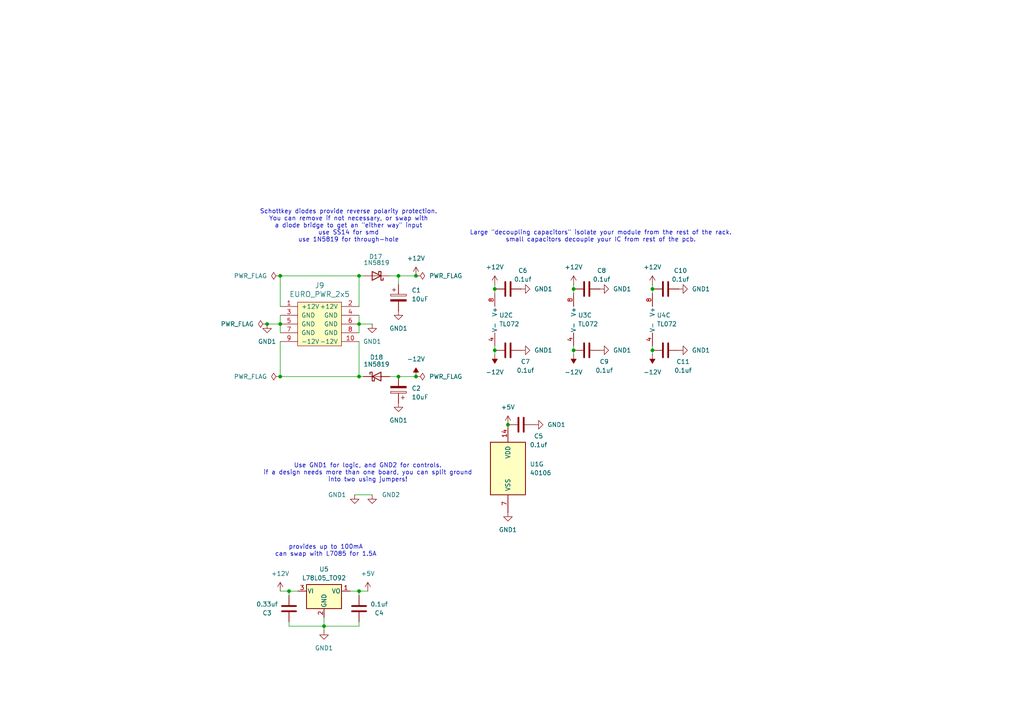
<source format=kicad_sch>
(kicad_sch (version 20231120) (generator "eeschema") (generator_version "8.0")
  (paper "A4")
  (title_block (title "Eurorack Power Input") (rev "0") (company "KitsBlips") (comment 1 "10-pin input with reverse polarity protection and 5v regulator on board."))
  (lib_symbols
    (symbol "Device:C" (pin_numbers hide) (pin_names (offset 0.254))
      (property "Reference" "C" (at 0.635 2.54 0))
      (property "Value" "C" (at 0.635 -2.54 0))
      (symbol "C_0_1"
        (polyline (pts (xy -2.032 -0.762) (xy 2.032 -0.762)) (stroke (width 0.508)))
        (polyline (pts (xy -2.032 0.762) (xy 2.032 0.762)) (stroke (width 0.508)))
      )
      (symbol "C_1_1"
        (pin passive line (at 0 3.81 270) (length 2.794) (name "~") (number "1"))
        (pin passive line (at 0 -3.81 90) (length 2.794) (name "~") (number "2"))
      )
    )
    (symbol "Device:C_Polarized" (pin_numbers hide) (pin_names (offset 0.254))
      (property "Reference" "C" (at 0.635 2.54 0))
      (property "Value" "C_Polarized" (at 0.635 -2.54 0))
      (symbol "C_Polarized_0_1"
        (rectangle (start -2.286 0.508) (end 2.286 1.016))
        (polyline (pts (xy -1.778 2.286) (xy -0.762 2.286)))
        (polyline (pts (xy -1.27 2.794) (xy -1.27 1.778)))
        (rectangle (start 2.286 -0.508) (end -2.286 -1.016) (fill (type outline)))
      )
      (symbol "C_Polarized_1_1"
        (pin passive line (at 0 3.81 270) (length 2.794) (name "~") (number "1"))
        (pin passive line (at 0 -3.81 90) (length 2.794) (name "~") (number "2"))
      )
    )
    (symbol "Diode:1N5819" (pin_numbers hide) (pin_names (offset 1.016) hide)
      (property "Reference" "D" (at 0 2.54 0))
      (property "Value" "1N5819" (at 0 -2.54 0))
      (symbol "1N5819_0_1"
        (polyline (pts (xy 1.27 0) (xy -1.27 0)))
        (polyline (pts (xy 1.27 1.27) (xy 1.27 -1.27) (xy -1.27 0) (xy 1.27 1.27)) (stroke (width 0.254)))
        (polyline (pts (xy -1.905 0.635) (xy -1.905 1.27) (xy -1.27 1.27) (xy -1.27 -1.27) (xy -0.635 -1.27) (xy -0.635 -0.635)) (stroke (width 0.254)))
      )
      (symbol "1N5819_1_1"
        (pin passive line (at -3.81 0 0) (length 2.54) (name "K") (number "1"))
        (pin passive line (at 3.81 0 180) (length 2.54) (name "A") (number "2"))
      )
    )
    (symbol "KitsBlips:+5V" (power) (pin_numbers hide) (pin_names (offset 0) hide)
      (property "Value" "+5V" (at 0 3.556 0))
      (symbol "+5V_0_1"
        (polyline (pts (xy -0.762 1.27) (xy 0 2.54)))
        (polyline (pts (xy 0 0) (xy 0 2.54)))
        (polyline (pts (xy 0 2.54) (xy 0.762 1.27)))
      )
      (symbol "+5V_1_1"
        (pin power_in line (at 0 0 90) (length 0) (name "~") (number "1"))
      )
    )
    (symbol "KitsBlips:40106" (pin_names (offset 1.016))
      (property "Reference" "U" (at 0 1.27 0))
      (property "Value" "40106" (at 0 -1.27 0))
      (symbol "40106_1_0"
        (polyline (pts (xy -0.635 -1.27) (xy -0.635 1.27) (xy 0.635 1.27)))
        (polyline (pts (xy -3.81 3.81) (xy -3.81 -3.81) (xy 3.81 0) (xy -3.81 3.81)) (stroke (width 0.254)) (fill (type background)))
        (polyline (pts (xy -1.27 -1.27) (xy 0.635 -1.27) (xy 0.635 1.27) (xy 1.27 1.27)))
        (pin input line (at -7.62 0 0) (length 3.81) (name "~") (number "1"))
        (pin output inverted (at 7.62 0 180) (length 3.81) (name "~") (number "2"))
      )
      (symbol "40106_2_0"
        (polyline (pts (xy -0.635 -1.27) (xy -0.635 1.27) (xy 0.635 1.27)))
        (polyline (pts (xy -3.81 3.81) (xy -3.81 -3.81) (xy 3.81 0) (xy -3.81 3.81)) (stroke (width 0.254)) (fill (type background)))
        (polyline (pts (xy -1.27 -1.27) (xy 0.635 -1.27) (xy 0.635 1.27) (xy 1.27 1.27)))
        (pin input line (at -7.62 0 0) (length 3.81) (name "~") (number "3"))
        (pin output inverted (at 7.62 0 180) (length 3.81) (name "~") (number "4"))
      )
      (symbol "40106_3_0"
        (polyline (pts (xy -0.635 -1.27) (xy -0.635 1.27) (xy 0.635 1.27)))
        (polyline (pts (xy -3.81 3.81) (xy -3.81 -3.81) (xy 3.81 0) (xy -3.81 3.81)) (stroke (width 0.254)) (fill (type background)))
        (polyline (pts (xy -1.27 -1.27) (xy 0.635 -1.27) (xy 0.635 1.27) (xy 1.27 1.27)))
        (pin input line (at -7.62 0 0) (length 3.81) (name "~") (number "5"))
        (pin output inverted (at 7.62 0 180) (length 3.81) (name "~") (number "6"))
      )
      (symbol "40106_4_0"
        (polyline (pts (xy -0.635 -1.27) (xy -0.635 1.27) (xy 0.635 1.27)))
        (polyline (pts (xy -3.81 3.81) (xy -3.81 -3.81) (xy 3.81 0) (xy -3.81 3.81)) (stroke (width 0.254)) (fill (type background)))
        (polyline (pts (xy -1.27 -1.27) (xy 0.635 -1.27) (xy 0.635 1.27) (xy 1.27 1.27)))
        (pin output inverted (at 7.62 0 180) (length 3.81) (name "~") (number "8"))
        (pin input line (at -7.62 0 0) (length 3.81) (name "~") (number "9"))
      )
      (symbol "40106_5_0"
        (polyline (pts (xy -0.635 -1.27) (xy -0.635 1.27) (xy 0.635 1.27)))
        (polyline (pts (xy -3.81 3.81) (xy -3.81 -3.81) (xy 3.81 0) (xy -3.81 3.81)) (stroke (width 0.254)) (fill (type background)))
        (polyline (pts (xy -1.27 -1.27) (xy 0.635 -1.27) (xy 0.635 1.27) (xy 1.27 1.27)))
        (pin output inverted (at 7.62 0 180) (length 3.81) (name "~") (number "10"))
        (pin input line (at -7.62 0 0) (length 3.81) (name "~") (number "11"))
      )
      (symbol "40106_6_0"
        (polyline (pts (xy -0.635 -1.27) (xy -0.635 1.27) (xy 0.635 1.27)))
        (polyline (pts (xy -3.81 3.81) (xy -3.81 -3.81) (xy 3.81 0) (xy -3.81 3.81)) (stroke (width 0.254)) (fill (type background)))
        (polyline (pts (xy -1.27 -1.27) (xy 0.635 -1.27) (xy 0.635 1.27) (xy 1.27 1.27)))
        (pin output inverted (at 7.62 0 180) (length 3.81) (name "~") (number "12"))
        (pin input line (at -7.62 0 0) (length 3.81) (name "~") (number "13"))
      )
      (symbol "40106_7_0"
        (pin power_in line (at 0 12.7 270) (length 5.08) (name "VDD") (number "14"))
        (pin power_in line (at 0 -12.7 90) (length 5.08) (name "VSS") (number "7"))
      )
      (symbol "40106_7_1"
        (rectangle (start -5.08 7.62) (end 5.08 -7.62) (stroke (width 0.254)) (fill (type background)))
      )
    )
    (symbol "KitsBlips:Conn_02x05_Europower" (pin_names (offset 1.016))
      (property "Reference" "J" (at 0 -7.62 0))
      (property "Value" "Conn_02x05_Europower" (at 0 7.62 0))
      (property "Footprint" "misc:Pins_2x05_2.54mm_TH_Europower_shrouded" (at 0 0 0))
      (symbol "Conn_02x05_Europower_0_1"
        (rectangle (start -6.35 6.35) (end 6.35 -6.35) (fill (type background)))
      )
      (symbol "Conn_02x05_Europower_1_1"
        (pin power_in line (at -11.43 5.08 0) (length 5.08) (name "+12V") (number "1"))
        (pin power_in line (at 11.43 -5.08 180) (length 5.08) (name "-12V") (number "10"))
        (pin power_in line (at 11.43 5.08 180) (length 5.08) (name "+12V") (number "2"))
        (pin power_in line (at -11.43 2.54 0) (length 5.08) (name "GND") (number "3"))
        (pin power_in line (at 11.43 2.54 180) (length 5.08) (name "GND") (number "4"))
        (pin power_in line (at -11.43 0 0) (length 5.08) (name "GND") (number "5"))
        (pin power_in line (at 11.43 0 180) (length 5.08) (name "GND") (number "6"))
        (pin power_in line (at -11.43 -2.54 0) (length 5.08) (name "GND") (number "7"))
        (pin power_in line (at 11.43 -2.54 180) (length 5.08) (name "GND") (number "8"))
        (pin power_in line (at -11.43 -5.08 0) (length 5.08) (name "-12V") (number "9"))
      )
    )
    (symbol "KitsBlips:TL072" (pin_names (offset 0.127))
      (property "Reference" "U" (at 0 5.08 0))
      (property "Value" "TL072" (at 0 -5.08 0))
      (symbol "TL072_1_1"
        (polyline (pts (xy -5.08 5.08) (xy 5.08 0) (xy -5.08 -5.08) (xy -5.08 5.08)) (stroke (width 0.254)) (fill (type background)))
        (pin output line (at 7.62 0 180) (length 2.54) (name "~") (number "1"))
        (pin input line (at -7.62 -2.54 0) (length 2.54) (name "-") (number "2"))
        (pin input line (at -7.62 2.54 0) (length 2.54) (name "+") (number "3"))
      )
      (symbol "TL072_2_1"
        (polyline (pts (xy -5.08 5.08) (xy 5.08 0) (xy -5.08 -5.08) (xy -5.08 5.08)) (stroke (width 0.254)) (fill (type background)))
        (pin input line (at -7.62 2.54 0) (length 2.54) (name "+") (number "5"))
        (pin input line (at -7.62 -2.54 0) (length 2.54) (name "-") (number "6"))
        (pin output line (at 7.62 0 180) (length 2.54) (name "~") (number "7"))
      )
      (symbol "TL072_3_1"
        (pin power_in line (at -2.54 -7.62 90) (length 3.81) (name "V-") (number "4"))
        (pin power_in line (at -2.54 7.62 270) (length 3.81) (name "V+") (number "8"))
      )
    )
    (symbol "PCM_4ms_Power-symbol:PWR_FLAG" (power) (pin_numbers hide) (pin_names (offset 0) hide)
      (property "Value" "PWR_FLAG" (at 0 3.81 0))
      (symbol "PWR_FLAG_0_0"
        (pin power_out line (at 0 0 90) (length 0) (name "pwr") (number "1"))
      )
      (symbol "PWR_FLAG_0_1"
        (polyline (pts (xy 0 0) (xy 0 1.27) (xy -1.016 1.905) (xy 0 2.54) (xy 1.016 1.905) (xy 0 1.27)))
      )
    )
    (symbol "Regulator_Linear:L78L05_TO92" (pin_names (offset 0.254))
      (property "Reference" "U" (at -3.81 3.175 0))
      (property "Value" "L78L05_TO92" (at 0 3.175 0))
      (symbol "L78L05_TO92_0_1"
        (rectangle (start -5.08 -5.08) (end 5.08 1.905) (stroke (width 0.254)) (fill (type background)))
      )
      (symbol "L78L05_TO92_1_1"
        (pin power_out line (at 7.62 0 180) (length 2.54) (name "VO") (number "1"))
        (pin power_in line (at 0 -7.62 90) (length 2.54) (name "GND") (number "2"))
        (pin power_in line (at -7.62 0 0) (length 2.54) (name "VI") (number "3"))
      )
    )
    (symbol "power:+12V" (power) (pin_numbers hide) (pin_names (offset 0) hide)
      (property "Value" "+12V" (at 0 3.556 0))
      (symbol "+12V_0_1"
        (polyline (pts (xy -0.762 1.27) (xy 0 2.54)))
        (polyline (pts (xy 0 0) (xy 0 2.54)))
        (polyline (pts (xy 0 2.54) (xy 0.762 1.27)))
      )
      (symbol "+12V_1_1"
        (pin power_in line (at 0 0 90) (length 0) (name "~") (number "1"))
      )
    )
    (symbol "power:-12V" (power) (pin_numbers hide) (pin_names (offset 0) hide)
      (property "Value" "-12V" (at 0 3.556 0))
      (symbol "-12V_0_0"
        (pin power_in line (at 0 0 90) (length 0) (name "~") (number "1"))
      )
      (symbol "-12V_0_1"
        (polyline (pts (xy 0 0) (xy 0 1.27) (xy 0.762 1.27) (xy 0 2.54) (xy -0.762 1.27) (xy 0 1.27)) (fill (type outline)))
      )
    )
    (symbol "power:GND1" (power) (pin_numbers hide) (pin_names (offset 0) hide)
      (property "Value" "GND1" (at 0 -3.81 0))
      (symbol "GND1_0_1"
        (polyline (pts (xy 0 0) (xy 0 -1.27) (xy 1.27 -1.27) (xy 0 -2.54) (xy -1.27 -1.27) (xy 0 -1.27)))
      )
      (symbol "GND1_1_1"
        (pin power_in line (at 0 0 270) (length 0) (name "~") (number "1"))
      )
    )
    (symbol "power:GND2" (power) (pin_numbers hide) (pin_names (offset 0) hide)
      (property "Value" "GND2" (at 0 -3.81 0))
      (symbol "GND2_0_1"
        (polyline (pts (xy 0 0) (xy 0 -1.27) (xy 1.27 -1.27) (xy 0 -2.54) (xy -1.27 -1.27) (xy 0 -1.27)))
      )
      (symbol "GND2_1_1"
        (pin power_in line (at 0 0 270) (length 0) (name "~") (number "1"))
      )
    )
  )
  (junction (at 120.65 80.01))
  (junction (at 166.37 101.6))
  (junction (at 104.14 109.22))
  (junction (at 143.51 83.82))
  (junction (at 143.51 101.6))
  (junction (at 93.98 181.61))
  (junction (at 189.23 101.6))
  (junction (at 120.65 109.22))
  (junction (at 81.28 93.98))
  (junction (at 83.82 171.45))
  (junction (at 189.23 83.82))
  (junction (at 115.57 80.01))
  (junction (at 166.37 83.82))
  (junction (at 81.28 109.22))
  (junction (at 104.14 93.98))
  (junction (at 77.47 93.98))
  (junction (at 115.57 109.22))
  (junction (at 147.32 123.19))
  (junction (at 81.28 80.01))
  (junction (at 104.14 80.01))
  (junction (at 104.14 171.45))
  (wire (pts (xy 189.23 102.87) (xy 189.23 101.6)))
  (wire (pts (xy 104.14 181.61) (xy 93.98 181.61)))
  (wire (pts (xy 189.23 101.6) (xy 189.23 100.33)))
  (wire (pts (xy 189.23 82.55) (xy 189.23 83.82)))
  (wire (pts (xy 93.98 179.07) (xy 93.98 181.61)))
  (wire (pts (xy 102.87 143.51) (xy 107.95 143.51)))
  (wire (pts (xy 104.14 91.44) (xy 104.14 93.98)))
  (wire (pts (xy 81.28 93.98) (xy 81.28 96.52)))
  (wire (pts (xy 81.28 99.06) (xy 81.28 109.22)))
  (wire (pts (xy 166.37 82.55) (xy 166.37 83.82)))
  (wire (pts (xy 77.47 93.98) (xy 81.28 93.98)))
  (wire (pts (xy 104.14 171.45) (xy 104.14 172.72)))
  (wire (pts (xy 143.51 102.87) (xy 143.51 101.6)))
  (wire (pts (xy 104.14 88.9) (xy 104.14 80.01)))
  (wire (pts (xy 189.23 83.82) (xy 189.23 85.09)))
  (wire (pts (xy 105.41 109.22) (xy 104.14 109.22)))
  (wire (pts (xy 113.03 109.22) (xy 115.57 109.22)))
  (wire (pts (xy 143.51 83.82) (xy 143.51 85.09)))
  (wire (pts (xy 143.51 101.6) (xy 143.51 100.33)))
  (wire (pts (xy 104.14 180.34) (xy 104.14 181.61)))
  (wire (pts (xy 81.28 91.44) (xy 81.28 93.98)))
  (wire (pts (xy 83.82 181.61) (xy 93.98 181.61)))
  (wire (pts (xy 105.41 80.01) (xy 104.14 80.01)))
  (wire (pts (xy 93.98 181.61) (xy 93.98 182.88)))
  (wire (pts (xy 115.57 80.01) (xy 115.57 82.55)))
  (wire (pts (xy 81.28 80.01) (xy 104.14 80.01)))
  (wire (pts (xy 104.14 171.45) (xy 106.68 171.45)))
  (wire (pts (xy 107.95 93.98) (xy 104.14 93.98)))
  (wire (pts (xy 166.37 83.82) (xy 166.37 85.09)))
  (wire (pts (xy 81.28 109.22) (xy 104.14 109.22)))
  (wire (pts (xy 115.57 109.22) (xy 120.65 109.22)))
  (wire (pts (xy 115.57 80.01) (xy 120.65 80.01)))
  (wire (pts (xy 166.37 102.87) (xy 166.37 101.6)))
  (wire (pts (xy 166.37 101.6) (xy 166.37 100.33)))
  (wire (pts (xy 83.82 171.45) (xy 83.82 172.72)))
  (wire (pts (xy 81.28 171.45) (xy 83.82 171.45)))
  (wire (pts (xy 113.03 80.01) (xy 115.57 80.01)))
  (wire (pts (xy 83.82 171.45) (xy 86.36 171.45)))
  (wire (pts (xy 104.14 99.06) (xy 104.14 109.22)))
  (wire (pts (xy 101.6 171.45) (xy 104.14 171.45)))
  (wire (pts (xy 81.28 88.9) (xy 81.28 80.01)))
  (wire (pts (xy 104.14 93.98) (xy 104.14 96.52)))
  (wire (pts (xy 143.51 82.55) (xy 143.51 83.82)))
  (wire (pts (xy 83.82 180.34) (xy 83.82 181.61)))
  (text "Large \"decoupling capacitors\" isolate your module from the rest of the rack.\nsmall capacitors decouple your IC from rest of the pcb." (at 174.244 68.58 0) (effects (font (size 1.27 1.27))))
  (text "Use GND1 for logic, and GND2 for controls.\nif a design needs more than one board, you can split ground\ninto two using jumpers!" (at 106.68 137.16 0) (effects (font (size 1.27 1.27))))
  (text "Schottkey diodes provide reverse polarity protection.\nYou can remove if not necessary, or swap with\na diode bridge to get an \"either way\" input\nuse SS14 for smd\nuse 1N5819 for through-hole" (at 101.092 65.532 0) (effects (font (size 1.27 1.27))))
  (text "provides up to 100mA\ncan swap with L7085 for 1.5A" (at 94.488 159.766 0) (effects (font (size 1.27 1.27))))
  (symbol (lib_id "power:GND1") (at 115.57 116.84 0) (unit 1)
    (property "Reference" "#PWR024" (effects (hide yes)))
    (property "Value" "GND1" (at 115.57 121.92 0))
    (property "Description" "Power symbol creates a global label with name \"GND1\" , ground" (effects (hide yes)))
  )
  (symbol (lib_id "KitsBlips:TL072") (at 168.91 92.71 0) (unit 3)
    (property "Reference" "U3" (at 167.64 91.4399 0) (effects (justify left)))
    (property "Value" "TL072" (at 167.64 93.9799 0) (effects (justify left)))
    (property "Footprint" "Package_DIP:DIP-8_W7.62mm" (effects (hide yes)))
    (property "Datasheet" "http://www.ti.com/lit/ds/symlink/tl071.pdf" (effects (hide yes)))
    (property "Description" "Dual Low-Noise JFET-Input Operational Amplifiers, DIP-8/SOIC-8" (effects (hide yes)))
  )
  (symbol (lib_id "Diode:1N5819") (at 109.22 109.22 0) (unit 1)
    (property "Reference" "D18" (at 109.22 103.632 0))
    (property "Value" "1N5819" (at 109.22 105.664 0))
    (property "Footprint" "Diode_THT:D_DO-41_SOD81_P10.16mm_Horizontal" (effects (hide yes)))
    (property "Datasheet" "http://www.vishay.com/docs/88525/1n5817.pdf" (effects (hide yes)))
    (property "Description" "40V 1A Schottky Barrier Rectifier Diode, DO-41" (effects (hide yes)))
  )
  (symbol (lib_id "power:GND1") (at 173.99 83.82 90) (unit 1)
    (property "Reference" "#PWR039" (effects (hide yes)))
    (property "Value" "GND1" (at 177.8 83.8199 90) (effects (justify right)))
    (property "Description" "Power symbol creates a global label with name \"GND1\" , ground" (effects (hide yes)))
  )
  (symbol (lib_id "power:-12V") (at 143.51 102.87 180) (unit 1)
    (property "Reference" "#PWR034" (effects (hide yes)))
    (property "Value" "-12V" (at 143.51 107.95 0))
    (property "Description" "Power symbol creates a global label with name \"-12V\"" (effects (hide yes)))
  )
  (symbol (lib_id "power:GND1") (at 102.87 143.51 0) (unit 1)
    (property "Reference" "#PWR020" (effects (hide yes)))
    (property "Value" "GND1" (at 97.79 143.51 0))
    (property "Description" "Power symbol creates a global label with name \"GND1\" , ground" (effects (hide yes)))
  )
  (symbol (lib_id "Diode:1N5819") (at 109.22 80.01 180) (unit 1)
    (property "Reference" "D17" (at 108.966 74.422 0))
    (property "Value" "1N5819" (at 109.22 76.2 0))
    (property "Footprint" "Diode_THT:D_DO-41_SOD81_P10.16mm_Horizontal" (effects (hide yes)))
    (property "Datasheet" "http://www.vishay.com/docs/88525/1n5817.pdf" (effects (hide yes)))
    (property "Description" "40V 1A Schottky Barrier Rectifier Diode, DO-41" (effects (hide yes)))
  )
  (symbol (lib_id "power:GND1") (at 93.98 182.88 0) (unit 1)
    (property "Reference" "#PWR028" (effects (hide yes)))
    (property "Value" "GND1" (at 93.98 187.96 0))
    (property "Description" "Power symbol creates a global label with name \"GND1\" , ground" (effects (hide yes)))
  )
  (symbol (lib_id "KitsBlips:+5V") (at 147.32 123.19 0) (unit 1)
    (property "Reference" "#PWR030" (effects (hide yes)))
    (property "Value" "+5V" (at 147.32 118.11 0))
    (property "Description" "Power symbol creates a global label with name \"+5V\"" (effects (hide yes)))
  )
  (symbol (lib_id "Regulator_Linear:L78L05_TO92") (at 93.98 171.45 0) (unit 1)
    (property "Reference" "U5" (at 93.98 165.1 0))
    (property "Value" "L78L05_TO92" (at 93.98 167.64 0))
    (property "Footprint" "Package_TO_SOT_THT:TO-92_Inline" (effects (hide yes)))
    (property "Datasheet" "http://www.st.com/content/ccc/resource/technical/document/datasheet/15/55/e5/aa/23/5b/43/fd/CD00000446.pdf/files/CD00000446.pdf/jcr:content/translations/en.CD00000446.pdf" (effects (hide yes)))
    (property "Description" "Positive 100mA 30V Linear Regulator, Fixed Output 5V, TO-92" (effects (hide yes)))
  )
  (symbol (lib_id "Device:C") (at 170.18 101.6 90) (unit 1)
    (property "Reference" "C9" (at 175.26 104.902 90))
    (property "Value" "0.1uf" (at 175.26 107.442 90))
    (property "Footprint" "Capacitor_THT:C_Disc_D5.0mm_W2.5mm_P2.50mm" (effects (hide yes)))
    (property "Description" "Unpolarized capacitor" (effects (hide yes)))
  )
  (symbol (lib_id "KitsBlips:40106") (at 147.32 135.89 0) (unit 7)
    (property "Reference" "U1" (at 153.67 134.6199 0) (effects (justify left)))
    (property "Value" "40106" (at 153.67 137.1599 0) (effects (justify left)))
    (property "Footprint" "Package_DIP:DIP-14_W7.62mm_Socket" (effects (hide yes)))
    (property "Datasheet" "https://assets.nexperia.com/documents/data-sheet/HEF40106B.pdf" (effects (hide yes)))
    (property "Description" "Hex Schmitt trigger inverter" (effects (hide yes)))
  )
  (symbol (lib_id "Device:C") (at 83.82 176.53 0) (mirror x) (unit 1)
    (property "Reference" "C3" (at 77.47 177.8 0))
    (property "Value" "0.33uf" (at 77.47 175.26 0))
    (property "Footprint" "Capacitor_THT:C_Disc_D5.0mm_W2.5mm_P2.50mm" (effects (hide yes)))
    (property "Description" "Unpolarized capacitor" (effects (hide yes)))
  )
  (symbol (lib_id "power:-12V") (at 189.23 102.87 180) (unit 1)
    (property "Reference" "#PWR042" (effects (hide yes)))
    (property "Value" "-12V" (at 189.23 107.95 0))
    (property "Description" "Power symbol creates a global label with name \"-12V\"" (effects (hide yes)))
  )
  (symbol (lib_id "KitsBlips:TL072") (at 191.77 92.71 0) (unit 3)
    (property "Reference" "U4" (at 190.5 91.4399 0) (effects (justify left)))
    (property "Value" "TL072" (at 190.5 93.9799 0) (effects (justify left)))
    (property "Footprint" "Package_DIP:DIP-8_W7.62mm" (effects (hide yes)))
    (property "Datasheet" "http://www.ti.com/lit/ds/symlink/tl071.pdf" (effects (hide yes)))
    (property "Description" "Dual Low-Noise JFET-Input Operational Amplifiers, DIP-8/SOIC-8" (effects (hide yes)))
  )
  (symbol (lib_id "power:+12V") (at 166.37 82.55 0) (unit 1)
    (property "Reference" "#PWR037" (effects (hide yes)))
    (property "Value" "+12V" (at 166.37 77.47 0))
    (property "Description" "Power symbol creates a global label with name \"+12V\"" (effects (hide yes)))
  )
  (symbol (lib_id "Device:C") (at 170.18 83.82 90) (unit 1)
    (property "Reference" "C8" (at 174.498 78.486 90))
    (property "Value" "0.1uf" (at 174.498 81.026 90))
    (property "Footprint" "Capacitor_THT:C_Disc_D5.0mm_W2.5mm_P2.50mm" (effects (hide yes)))
    (property "Description" "Unpolarized capacitor" (effects (hide yes)))
  )
  (symbol (lib_id "power:GND1") (at 151.13 83.82 90) (unit 1)
    (property "Reference" "#PWR035" (effects (hide yes)))
    (property "Value" "GND1" (at 154.94 83.8199 90) (effects (justify right)))
    (property "Description" "Power symbol creates a global label with name \"GND1\" , ground" (effects (hide yes)))
  )
  (symbol (lib_id "KitsBlips:+5V") (at 106.68 171.45 0) (unit 1)
    (property "Reference" "#PWR029" (effects (hide yes)))
    (property "Value" "+5V" (at 106.68 166.37 0))
    (property "Description" "Power symbol creates a global label with name \"+5V\"" (effects (hide yes)))
  )
  (symbol (lib_id "power:+12V") (at 143.51 82.55 0) (unit 1)
    (property "Reference" "#PWR033" (effects (hide yes)))
    (property "Value" "+12V" (at 143.51 77.47 0))
    (property "Description" "Power symbol creates a global label with name \"+12V\"" (effects (hide yes)))
  )
  (symbol (lib_id "power:GND1") (at 147.32 148.59 0) (unit 1)
    (property "Reference" "#PWR031" (effects (hide yes)))
    (property "Value" "GND1" (at 147.32 153.67 0))
    (property "Description" "Power symbol creates a global label with name \"GND1\" , ground" (effects (hide yes)))
  )
  (symbol (lib_id "Device:C") (at 193.04 101.6 90) (unit 1)
    (property "Reference" "C11" (at 198.12 104.902 90))
    (property "Value" "0.1uf" (at 198.12 107.442 90))
    (property "Footprint" "Capacitor_THT:C_Disc_D5.0mm_W2.5mm_P2.50mm" (effects (hide yes)))
    (property "Description" "Unpolarized capacitor" (effects (hide yes)))
  )
  (symbol (lib_id "power:GND1") (at 151.13 101.6 90) (unit 1)
    (property "Reference" "#PWR036" (effects (hide yes)))
    (property "Value" "GND1" (at 154.94 101.5999 90) (effects (justify right)))
    (property "Description" "Power symbol creates a global label with name \"GND1\" , ground" (effects (hide yes)))
  )
  (symbol (lib_id "power:GND1") (at 154.94 123.19 90) (unit 1)
    (property "Reference" "#PWR032" (effects (hide yes)))
    (property "Value" "GND1" (at 158.75 123.1899 90) (effects (justify right)))
    (property "Description" "Power symbol creates a global label with name \"GND1\" , ground" (effects (hide yes)))
  )
  (symbol (lib_id "KitsBlips:Conn_02x05_Europower") (at 92.71 93.98 0) (unit 1)
    (property "Reference" "J9" (at 92.71 82.804 0) (effects (font (size 1.524 1.524))))
    (property "Value" "EURO_PWR_2x5" (at 92.71 85.344 0) (effects (font (size 1.524 1.524))))
    (property "Footprint" "KitsBlips:Pins_2x05_2.54mm_TH_Europower_shrouded" (effects (hide yes)))
    (property "Description" "10-pin eurorack power input" (effects (hide yes)))
  )
  (symbol (lib_id "power:GND1") (at 196.85 101.6 90) (unit 1)
    (property "Reference" "#PWR044" (effects (hide yes)))
    (property "Value" "GND1" (at 200.66 101.5999 90) (effects (justify right)))
    (property "Description" "Power symbol creates a global label with name \"GND1\" , ground" (effects (hide yes)))
  )
  (symbol (lib_id "Device:C") (at 151.13 123.19 90) (unit 1)
    (property "Reference" "C5" (at 156.21 126.492 90))
    (property "Value" "0.1uf" (at 156.21 129.032 90))
    (property "Footprint" "Capacitor_THT:C_Disc_D5.0mm_W2.5mm_P2.50mm" (effects (hide yes)))
    (property "Description" "Unpolarized capacitor" (effects (hide yes)))
  )
  (symbol (lib_id "Device:C_Polarized") (at 115.57 113.03 180) (unit 1)
    (property "Reference" "C2" (at 119.38 112.6489 0) (effects (justify right)))
    (property "Value" "10uF" (at 119.38 115.1889 0) (effects (justify right)))
    (property "Footprint" "KitsBlips:CP_Radial_P2.5mm" (effects (hide yes)))
    (property "Description" "Polarized capacitor" (effects (hide yes)))
  )
  (symbol (lib_id "Device:C") (at 147.32 83.82 90) (unit 1)
    (property "Reference" "C6" (at 151.638 78.486 90))
    (property "Value" "0.1uf" (at 151.638 81.026 90))
    (property "Footprint" "Capacitor_THT:C_Disc_D5.0mm_W2.5mm_P2.50mm" (effects (hide yes)))
    (property "Description" "Unpolarized capacitor" (effects (hide yes)))
  )
  (symbol (lib_id "PCM_4ms_Power-symbol:PWR_FLAG") (at 81.28 109.22 90) (unit 1)
    (property "Reference" "#FLG03" (effects (hide yes)))
    (property "Value" "PWR_FLAG" (at 77.47 109.2199 90) (effects (justify left)))
  )
  (symbol (lib_id "power:-12V") (at 120.65 109.22 0) (unit 1)
    (property "Reference" "#PWR027" (effects (hide yes)))
    (property "Value" "-12V" (at 120.65 104.14 0))
    (property "Description" "Power symbol creates a global label with name \"-12V\"" (effects (hide yes)))
  )
  (symbol (lib_id "power:GND1") (at 77.47 93.98 0) (unit 1)
    (property "Reference" "#PWR019" (effects (hide yes)))
    (property "Value" "GND1" (at 77.47 99.06 0))
    (property "Description" "Power symbol creates a global label with name \"GND1\" , ground" (effects (hide yes)))
  )
  (symbol (lib_id "power:GND1") (at 107.95 93.98 0) (unit 1)
    (property "Reference" "#PWR021" (effects (hide yes)))
    (property "Value" "GND1" (at 107.95 99.06 0))
    (property "Description" "Power symbol creates a global label with name \"GND1\" , ground" (effects (hide yes)))
  )
  (symbol (lib_id "power:-12V") (at 166.37 102.87 180) (unit 1)
    (property "Reference" "#PWR038" (effects (hide yes)))
    (property "Value" "-12V" (at 166.37 107.95 0))
    (property "Description" "Power symbol creates a global label with name \"-12V\"" (effects (hide yes)))
  )
  (symbol (lib_id "PCM_4ms_Power-symbol:PWR_FLAG") (at 120.65 109.22 270) (unit 1)
    (property "Reference" "#FLG05" (effects (hide yes)))
    (property "Value" "PWR_FLAG" (at 124.46 109.2199 90) (effects (justify left)))
  )
  (symbol (lib_id "Device:C") (at 104.14 176.53 180) (unit 1)
    (property "Reference" "C4" (at 109.982 177.8 0))
    (property "Value" "0.1uf" (at 109.982 175.26 0))
    (property "Footprint" "Capacitor_THT:C_Disc_D5.0mm_W2.5mm_P2.50mm" (effects (hide yes)))
    (property "Description" "Unpolarized capacitor" (effects (hide yes)))
  )
  (symbol (lib_id "KitsBlips:TL072") (at 146.05 92.71 0) (unit 3)
    (property "Reference" "U2" (at 144.78 91.4399 0) (effects (justify left)))
    (property "Value" "TL072" (at 144.78 93.9799 0) (effects (justify left)))
    (property "Footprint" "Package_DIP:DIP-8_W7.62mm" (effects (hide yes)))
    (property "Datasheet" "http://www.ti.com/lit/ds/symlink/tl071.pdf" (effects (hide yes)))
    (property "Description" "Dual Low-Noise JFET-Input Operational Amplifiers, DIP-8/SOIC-8" (effects (hide yes)))
  )
  (symbol (lib_id "PCM_4ms_Power-symbol:PWR_FLAG") (at 120.65 80.01 270) (unit 1)
    (property "Reference" "#FLG04" (effects (hide yes)))
    (property "Value" "PWR_FLAG" (at 124.46 80.0099 90) (effects (justify left)))
  )
  (symbol (lib_id "power:GND2") (at 107.95 143.51 0) (unit 1)
    (property "Reference" "#PWR022" (effects (hide yes)))
    (property "Value" "GND2" (at 110.744 143.51 0) (effects (justify left)))
    (property "Description" "Power symbol creates a global label with name \"GND2\" , ground" (effects (hide yes)))
  )
  (symbol (lib_id "Device:C") (at 193.04 83.82 90) (unit 1)
    (property "Reference" "C10" (at 197.358 78.486 90))
    (property "Value" "0.1uf" (at 197.358 81.026 90))
    (property "Footprint" "Capacitor_THT:C_Disc_D5.0mm_W2.5mm_P2.50mm" (effects (hide yes)))
    (property "Description" "Unpolarized capacitor" (effects (hide yes)))
  )
  (symbol (lib_id "power:GND1") (at 173.99 101.6 90) (unit 1)
    (property "Reference" "#PWR040" (effects (hide yes)))
    (property "Value" "GND1" (at 177.8 101.5999 90) (effects (justify right)))
    (property "Description" "Power symbol creates a global label with name \"GND1\" , ground" (effects (hide yes)))
  )
  (symbol (lib_id "Device:C") (at 147.32 101.6 90) (unit 1)
    (property "Reference" "C7" (at 152.4 104.902 90))
    (property "Value" "0.1uf" (at 152.4 107.442 90))
    (property "Footprint" "Capacitor_THT:C_Disc_D5.0mm_W2.5mm_P2.50mm" (effects (hide yes)))
    (property "Description" "Unpolarized capacitor" (effects (hide yes)))
  )
  (symbol (lib_id "Device:C_Polarized") (at 115.57 86.36 0) (unit 1)
    (property "Reference" "C1" (at 119.38 84.2009 0) (effects (justify left)))
    (property "Value" "10uF" (at 119.38 86.7409 0) (effects (justify left)))
    (property "Footprint" "KitsBlips:CP_Radial_P2.5mm" (effects (hide yes)))
    (property "Description" "Polarized capacitor" (effects (hide yes)))
  )
  (symbol (lib_id "power:+12V") (at 120.65 80.01 0) (unit 1)
    (property "Reference" "#PWR026" (effects (hide yes)))
    (property "Value" "+12V" (at 120.65 74.93 0))
    (property "Description" "Power symbol creates a global label with name \"+12V\"" (effects (hide yes)))
  )
  (symbol (lib_id "power:+12V") (at 189.23 82.55 0) (unit 1)
    (property "Reference" "#PWR041" (effects (hide yes)))
    (property "Value" "+12V" (at 189.23 77.47 0))
    (property "Description" "Power symbol creates a global label with name \"+12V\"" (effects (hide yes)))
  )
  (symbol (lib_id "PCM_4ms_Power-symbol:PWR_FLAG") (at 81.28 80.01 90) (unit 1)
    (property "Reference" "#FLG02" (effects (hide yes)))
    (property "Value" "PWR_FLAG" (at 77.47 80.0099 90) (effects (justify left)))
  )
  (symbol (lib_id "power:GND1") (at 196.85 83.82 90) (unit 1)
    (property "Reference" "#PWR043" (effects (hide yes)))
    (property "Value" "GND1" (at 200.66 83.8199 90) (effects (justify right)))
    (property "Description" "Power symbol creates a global label with name \"GND1\" , ground" (effects (hide yes)))
  )
  (symbol (lib_id "PCM_4ms_Power-symbol:PWR_FLAG") (at 77.47 93.98 90) (unit 1)
    (property "Reference" "#FLG01" (effects (hide yes)))
    (property "Value" "PWR_FLAG" (at 73.66 93.9799 90) (effects (justify left)))
  )
  (symbol (lib_id "power:+12V") (at 81.28 171.45 0) (unit 1)
    (property "Reference" "#PWR025" (effects (hide yes)))
    (property "Value" "+12V" (at 81.28 166.37 0))
    (property "Description" "Power symbol creates a global label with name \"+12V\"" (effects (hide yes)))
  )
  (symbol (lib_id "power:GND1") (at 115.57 90.17 0) (unit 1)
    (property "Reference" "#PWR023" (effects (hide yes)))
    (property "Value" "GND1" (at 115.57 95.25 0))
    (property "Description" "Power symbol creates a global label with name \"GND1\" , ground" (effects (hide yes)))
  )
)
</source>
